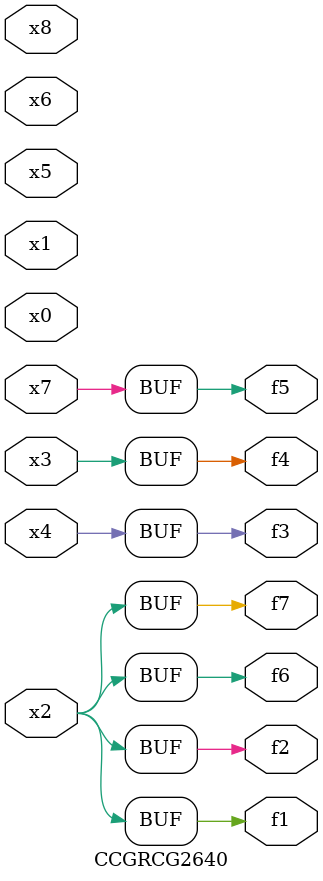
<source format=v>
module CCGRCG2640(
	input x0, x1, x2, x3, x4, x5, x6, x7, x8,
	output f1, f2, f3, f4, f5, f6, f7
);
	assign f1 = x2;
	assign f2 = x2;
	assign f3 = x4;
	assign f4 = x3;
	assign f5 = x7;
	assign f6 = x2;
	assign f7 = x2;
endmodule

</source>
